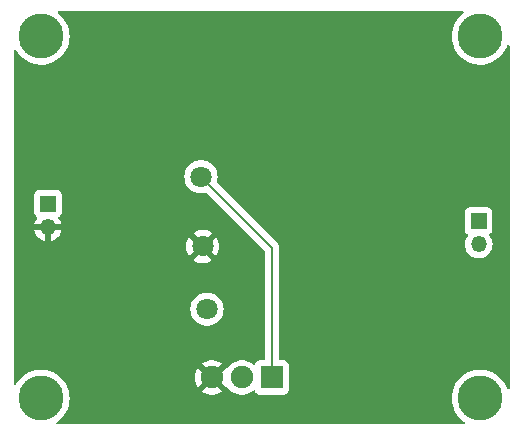
<source format=gbr>
%TF.GenerationSoftware,KiCad,Pcbnew,8.0.1*%
%TF.CreationDate,2024-11-30T19:39:18+00:00*%
%TF.ProjectId,Heating Element,48656174-696e-4672-9045-6c656d656e74,1*%
%TF.SameCoordinates,Original*%
%TF.FileFunction,Copper,L2,Bot*%
%TF.FilePolarity,Positive*%
%FSLAX46Y46*%
G04 Gerber Fmt 4.6, Leading zero omitted, Abs format (unit mm)*
G04 Created by KiCad (PCBNEW 8.0.1) date 2024-11-30 19:39:18*
%MOMM*%
%LPD*%
G01*
G04 APERTURE LIST*
%TA.AperFunction,ComponentPad*%
%ADD10C,3.800000*%
%TD*%
%TA.AperFunction,ComponentPad*%
%ADD11C,1.800000*%
%TD*%
%TA.AperFunction,ComponentPad*%
%ADD12R,1.350000X1.350000*%
%TD*%
%TA.AperFunction,ComponentPad*%
%ADD13O,1.350000X1.350000*%
%TD*%
%TA.AperFunction,ComponentPad*%
%ADD14R,1.910000X1.910000*%
%TD*%
%TA.AperFunction,ComponentPad*%
%ADD15C,1.910000*%
%TD*%
%TA.AperFunction,ViaPad*%
%ADD16C,0.600000*%
%TD*%
%TA.AperFunction,Conductor*%
%ADD17C,0.200000*%
%TD*%
G04 APERTURE END LIST*
D10*
%TO.P,H4,1*%
%TO.N,N/C*%
X136175000Y-111150000D03*
%TD*%
%TO.P,H3,1*%
%TO.N,N/C*%
X99009200Y-111150000D03*
%TD*%
%TO.P,H2,1*%
%TO.N,N/C*%
X136175000Y-80517200D03*
%TD*%
%TO.P,H1,1*%
%TO.N,N/C*%
X99009200Y-80517200D03*
%TD*%
D11*
%TO.P,TP1,1,1*%
%TO.N,/VG*%
X112530000Y-92400000D03*
%TD*%
D12*
%TO.P,J1,1,Pin_1*%
%TO.N,/PWM input*%
X99560000Y-94680000D03*
D13*
%TO.P,J1,2,Pin_2*%
%TO.N,GND*%
X99560000Y-96680000D03*
%TD*%
D11*
%TO.P,TP3,1,1*%
%TO.N,/+15V*%
X113050000Y-103620000D03*
%TD*%
%TO.P,TP2,1,1*%
%TO.N,GND*%
X112680000Y-98310000D03*
%TD*%
D14*
%TO.P,U1,1*%
%TO.N,/VG*%
X118540000Y-109400000D03*
D15*
%TO.P,U1,2*%
%TO.N,/Vdrain*%
X116000000Y-109400000D03*
%TO.P,U1,3*%
%TO.N,GND*%
X113460000Y-109400000D03*
%TD*%
D12*
%TO.P,J2,1,Pin_1*%
%TO.N,+24V*%
X136042400Y-96129600D03*
D13*
%TO.P,J2,2,Pin_2*%
%TO.N,/Vdrain*%
X136042400Y-98129600D03*
%TD*%
D16*
%TO.N,GND*%
X129946000Y-98850700D03*
X120951000Y-85345000D03*
X97300000Y-100525000D03*
X120266000Y-93123700D03*
X124896000Y-107506000D03*
X103042000Y-87849200D03*
X102624000Y-95987200D03*
X126045000Y-87396700D03*
%TD*%
D17*
%TO.N,/VG*%
X118540000Y-98410000D02*
X118540000Y-109400000D01*
X112530000Y-92400000D02*
X118540000Y-98410000D01*
%TD*%
%TA.AperFunction,Conductor*%
%TO.N,GND*%
G36*
X134724228Y-78395185D02*
G01*
X134769983Y-78447989D01*
X134779927Y-78517147D01*
X134750902Y-78580703D01*
X134730074Y-78599818D01*
X134641846Y-78663919D01*
X134641836Y-78663927D01*
X134421652Y-78870694D01*
X134229111Y-79103436D01*
X134067268Y-79358461D01*
X134067265Y-79358467D01*
X133938661Y-79631763D01*
X133938659Y-79631768D01*
X133845320Y-79919035D01*
X133788719Y-80215746D01*
X133788718Y-80215753D01*
X133769754Y-80517194D01*
X133769754Y-80517205D01*
X133788718Y-80818646D01*
X133788719Y-80818653D01*
X133845320Y-81115364D01*
X133938659Y-81402631D01*
X133938661Y-81402636D01*
X134067265Y-81675932D01*
X134067268Y-81675938D01*
X134229111Y-81930963D01*
X134421652Y-82163705D01*
X134641836Y-82370472D01*
X134641846Y-82370480D01*
X134886193Y-82548008D01*
X134886198Y-82548010D01*
X134886205Y-82548016D01*
X135150896Y-82693532D01*
X135150901Y-82693534D01*
X135150903Y-82693535D01*
X135150904Y-82693536D01*
X135431734Y-82804724D01*
X135431737Y-82804725D01*
X135529259Y-82829764D01*
X135724302Y-82879842D01*
X135871039Y-82898379D01*
X136023963Y-82917699D01*
X136023969Y-82917699D01*
X136023973Y-82917700D01*
X136023975Y-82917700D01*
X136326025Y-82917700D01*
X136326027Y-82917700D01*
X136326032Y-82917699D01*
X136326036Y-82917699D01*
X136405591Y-82907648D01*
X136625698Y-82879842D01*
X136918262Y-82804725D01*
X136918265Y-82804724D01*
X137199095Y-82693536D01*
X137199096Y-82693535D01*
X137199094Y-82693535D01*
X137199104Y-82693532D01*
X137463795Y-82548016D01*
X137708162Y-82370474D01*
X137928349Y-82163704D01*
X138120885Y-81930968D01*
X138282733Y-81675936D01*
X138411341Y-81402630D01*
X138432569Y-81337296D01*
X138472006Y-81279622D01*
X138536365Y-81252423D01*
X138605211Y-81264338D01*
X138656687Y-81311582D01*
X138674500Y-81375615D01*
X138674500Y-110291584D01*
X138654815Y-110358623D01*
X138602011Y-110404378D01*
X138532853Y-110414322D01*
X138469297Y-110385297D01*
X138432569Y-110329902D01*
X138411340Y-110264568D01*
X138411338Y-110264563D01*
X138357765Y-110150716D01*
X138282733Y-109991264D01*
X138164393Y-109804789D01*
X138120888Y-109736236D01*
X138120885Y-109736232D01*
X137928349Y-109503496D01*
X137708162Y-109296726D01*
X137708159Y-109296724D01*
X137708153Y-109296719D01*
X137463806Y-109119191D01*
X137463799Y-109119186D01*
X137463795Y-109119184D01*
X137199104Y-108973668D01*
X137199101Y-108973666D01*
X137199096Y-108973664D01*
X137199095Y-108973663D01*
X136918265Y-108862475D01*
X136918262Y-108862474D01*
X136625695Y-108787357D01*
X136326036Y-108749500D01*
X136326027Y-108749500D01*
X136023973Y-108749500D01*
X136023963Y-108749500D01*
X135724304Y-108787357D01*
X135431737Y-108862474D01*
X135431734Y-108862475D01*
X135150904Y-108973663D01*
X135150903Y-108973664D01*
X134886205Y-109119184D01*
X134886193Y-109119191D01*
X134641846Y-109296719D01*
X134641836Y-109296727D01*
X134421652Y-109503494D01*
X134229111Y-109736236D01*
X134067268Y-109991261D01*
X134067265Y-109991267D01*
X133938661Y-110264563D01*
X133938659Y-110264568D01*
X133845320Y-110551835D01*
X133788719Y-110848546D01*
X133788718Y-110848553D01*
X133769754Y-111149994D01*
X133769754Y-111150005D01*
X133788718Y-111451446D01*
X133788719Y-111451453D01*
X133845320Y-111748164D01*
X133938659Y-112035431D01*
X133938661Y-112035436D01*
X134067265Y-112308732D01*
X134067268Y-112308738D01*
X134229111Y-112563763D01*
X134421652Y-112796505D01*
X134641836Y-113003272D01*
X134641846Y-113003280D01*
X134844039Y-113150182D01*
X134886705Y-113205512D01*
X134892684Y-113275125D01*
X134860078Y-113336920D01*
X134799240Y-113371277D01*
X134771154Y-113374500D01*
X100413046Y-113374500D01*
X100346007Y-113354815D01*
X100300252Y-113302011D01*
X100290308Y-113232853D01*
X100319333Y-113169297D01*
X100340161Y-113150182D01*
X100480288Y-113048372D01*
X100542362Y-113003274D01*
X100762549Y-112796504D01*
X100955085Y-112563768D01*
X101116933Y-112308736D01*
X101245541Y-112035430D01*
X101338881Y-111748160D01*
X101395480Y-111451457D01*
X101414446Y-111150000D01*
X101395886Y-110855000D01*
X101395481Y-110848553D01*
X101395480Y-110848546D01*
X101395480Y-110848543D01*
X101338881Y-110551840D01*
X101245541Y-110264570D01*
X101229428Y-110230329D01*
X101191965Y-110150716D01*
X101116933Y-109991264D01*
X100998593Y-109804789D01*
X100955088Y-109736236D01*
X100955085Y-109736232D01*
X100762549Y-109503496D01*
X100542362Y-109296726D01*
X100542359Y-109296724D01*
X100542353Y-109296719D01*
X100298006Y-109119191D01*
X100297999Y-109119186D01*
X100297995Y-109119184D01*
X100033304Y-108973668D01*
X100033301Y-108973666D01*
X100033296Y-108973664D01*
X100033295Y-108973663D01*
X99752465Y-108862475D01*
X99752462Y-108862474D01*
X99459895Y-108787357D01*
X99160236Y-108749500D01*
X99160227Y-108749500D01*
X98858173Y-108749500D01*
X98858163Y-108749500D01*
X98558504Y-108787357D01*
X98265937Y-108862474D01*
X98265934Y-108862475D01*
X97985104Y-108973663D01*
X97985103Y-108973664D01*
X97720405Y-109119184D01*
X97720393Y-109119191D01*
X97476046Y-109296719D01*
X97476036Y-109296727D01*
X97255852Y-109503494D01*
X97063311Y-109736236D01*
X96904197Y-109986962D01*
X96851655Y-110033018D01*
X96782555Y-110043357D01*
X96718834Y-110014695D01*
X96680724Y-109956134D01*
X96675500Y-109920520D01*
X96675500Y-103620006D01*
X111644700Y-103620006D01*
X111663864Y-103851297D01*
X111663866Y-103851308D01*
X111720842Y-104076300D01*
X111814075Y-104288848D01*
X111941016Y-104483147D01*
X111941019Y-104483151D01*
X111941021Y-104483153D01*
X112098216Y-104653913D01*
X112098219Y-104653915D01*
X112098222Y-104653918D01*
X112281365Y-104796464D01*
X112281371Y-104796468D01*
X112281374Y-104796470D01*
X112485497Y-104906936D01*
X112599487Y-104946068D01*
X112705015Y-104982297D01*
X112705017Y-104982297D01*
X112705019Y-104982298D01*
X112933951Y-105020500D01*
X112933952Y-105020500D01*
X113166048Y-105020500D01*
X113166049Y-105020500D01*
X113394981Y-104982298D01*
X113614503Y-104906936D01*
X113818626Y-104796470D01*
X114001784Y-104653913D01*
X114158979Y-104483153D01*
X114285924Y-104288849D01*
X114379157Y-104076300D01*
X114436134Y-103851305D01*
X114455300Y-103620000D01*
X114455300Y-103619993D01*
X114436135Y-103388702D01*
X114436133Y-103388691D01*
X114379157Y-103163699D01*
X114285924Y-102951151D01*
X114158983Y-102756852D01*
X114158980Y-102756849D01*
X114158979Y-102756847D01*
X114001784Y-102586087D01*
X114001779Y-102586083D01*
X114001777Y-102586081D01*
X113818634Y-102443535D01*
X113818628Y-102443531D01*
X113614504Y-102333064D01*
X113614495Y-102333061D01*
X113394984Y-102257702D01*
X113223282Y-102229050D01*
X113166049Y-102219500D01*
X112933951Y-102219500D01*
X112888164Y-102227140D01*
X112705015Y-102257702D01*
X112485504Y-102333061D01*
X112485495Y-102333064D01*
X112281371Y-102443531D01*
X112281365Y-102443535D01*
X112098222Y-102586081D01*
X112098219Y-102586084D01*
X111941016Y-102756852D01*
X111814075Y-102951151D01*
X111720842Y-103163699D01*
X111663866Y-103388691D01*
X111663864Y-103388702D01*
X111644700Y-103619993D01*
X111644700Y-103620006D01*
X96675500Y-103620006D01*
X96675500Y-98310005D01*
X111275202Y-98310005D01*
X111294361Y-98541218D01*
X111351317Y-98766135D01*
X111444515Y-98978606D01*
X111528812Y-99107633D01*
X112237861Y-98398584D01*
X112260667Y-98483694D01*
X112319910Y-98586306D01*
X112403694Y-98670090D01*
X112506306Y-98729333D01*
X112591414Y-98752138D01*
X111881201Y-99462351D01*
X111911649Y-99486050D01*
X112115697Y-99596476D01*
X112115706Y-99596479D01*
X112335139Y-99671811D01*
X112563993Y-99710000D01*
X112796007Y-99710000D01*
X113024860Y-99671811D01*
X113244293Y-99596479D01*
X113244301Y-99596476D01*
X113448355Y-99486047D01*
X113478797Y-99462351D01*
X113478798Y-99462350D01*
X112768585Y-98752137D01*
X112853694Y-98729333D01*
X112956306Y-98670090D01*
X113040090Y-98586306D01*
X113099333Y-98483694D01*
X113122138Y-98398585D01*
X113831186Y-99107633D01*
X113915482Y-98978611D01*
X114008682Y-98766135D01*
X114065638Y-98541218D01*
X114084798Y-98310005D01*
X114084798Y-98309994D01*
X114065638Y-98078781D01*
X114008682Y-97853864D01*
X113915484Y-97641393D01*
X113831186Y-97512365D01*
X113122137Y-98221414D01*
X113099333Y-98136306D01*
X113040090Y-98033694D01*
X112956306Y-97949910D01*
X112853694Y-97890667D01*
X112768584Y-97867861D01*
X113478797Y-97157647D01*
X113478797Y-97157645D01*
X113448360Y-97133955D01*
X113448354Y-97133951D01*
X113244302Y-97023523D01*
X113244293Y-97023520D01*
X113024860Y-96948188D01*
X112796007Y-96910000D01*
X112563993Y-96910000D01*
X112335139Y-96948188D01*
X112115706Y-97023520D01*
X112115697Y-97023523D01*
X111911650Y-97133949D01*
X111881200Y-97157647D01*
X112591415Y-97867861D01*
X112506306Y-97890667D01*
X112403694Y-97949910D01*
X112319910Y-98033694D01*
X112260667Y-98136306D01*
X112237861Y-98221415D01*
X111528811Y-97512365D01*
X111444516Y-97641390D01*
X111351317Y-97853864D01*
X111294361Y-98078781D01*
X111275202Y-98309994D01*
X111275202Y-98310005D01*
X96675500Y-98310005D01*
X96675500Y-95402870D01*
X98384500Y-95402870D01*
X98384501Y-95402876D01*
X98390908Y-95462483D01*
X98441202Y-95597328D01*
X98441206Y-95597335D01*
X98527452Y-95712544D01*
X98527455Y-95712547D01*
X98613504Y-95776964D01*
X98655375Y-95832898D01*
X98660359Y-95902589D01*
X98638148Y-95950956D01*
X98556714Y-96058792D01*
X98459651Y-96253719D01*
X98409494Y-96429999D01*
X98409495Y-96430000D01*
X99244314Y-96430000D01*
X99239920Y-96434394D01*
X99187259Y-96525606D01*
X99160000Y-96627339D01*
X99160000Y-96732661D01*
X99187259Y-96834394D01*
X99239920Y-96925606D01*
X99244314Y-96930000D01*
X98409495Y-96930000D01*
X98459651Y-97106280D01*
X98556715Y-97301208D01*
X98687945Y-97474985D01*
X98848868Y-97621685D01*
X99034012Y-97736322D01*
X99034023Y-97736327D01*
X99237060Y-97814984D01*
X99310000Y-97828619D01*
X99310000Y-96995686D01*
X99314394Y-97000080D01*
X99405606Y-97052741D01*
X99507339Y-97080000D01*
X99612661Y-97080000D01*
X99714394Y-97052741D01*
X99805606Y-97000080D01*
X99810000Y-96995686D01*
X99810000Y-97828619D01*
X99882939Y-97814984D01*
X100085976Y-97736327D01*
X100085987Y-97736322D01*
X100271130Y-97621685D01*
X100271131Y-97621685D01*
X100432054Y-97474985D01*
X100563284Y-97301208D01*
X100660348Y-97106280D01*
X100710505Y-96930000D01*
X99875686Y-96930000D01*
X99880080Y-96925606D01*
X99932741Y-96834394D01*
X99960000Y-96732661D01*
X99960000Y-96627339D01*
X99932741Y-96525606D01*
X99880080Y-96434394D01*
X99875686Y-96430000D01*
X100710505Y-96430000D01*
X100710505Y-96429999D01*
X100660348Y-96253719D01*
X100563284Y-96058791D01*
X100481852Y-95950957D01*
X100457160Y-95885595D01*
X100471725Y-95817261D01*
X100506493Y-95776965D01*
X100592546Y-95712546D01*
X100678796Y-95597331D01*
X100729091Y-95462483D01*
X100735500Y-95402873D01*
X100735499Y-93957128D01*
X100729091Y-93897517D01*
X100678796Y-93762669D01*
X100678795Y-93762668D01*
X100678793Y-93762664D01*
X100592547Y-93647455D01*
X100592544Y-93647452D01*
X100477335Y-93561206D01*
X100477328Y-93561202D01*
X100342482Y-93510908D01*
X100342483Y-93510908D01*
X100282883Y-93504501D01*
X100282881Y-93504500D01*
X100282873Y-93504500D01*
X100282864Y-93504500D01*
X98837129Y-93504500D01*
X98837123Y-93504501D01*
X98777516Y-93510908D01*
X98642671Y-93561202D01*
X98642664Y-93561206D01*
X98527455Y-93647452D01*
X98527452Y-93647455D01*
X98441206Y-93762664D01*
X98441202Y-93762671D01*
X98390908Y-93897517D01*
X98384501Y-93957116D01*
X98384501Y-93957123D01*
X98384500Y-93957135D01*
X98384500Y-95402870D01*
X96675500Y-95402870D01*
X96675500Y-92400006D01*
X111124700Y-92400006D01*
X111143864Y-92631297D01*
X111143866Y-92631308D01*
X111200842Y-92856300D01*
X111294075Y-93068848D01*
X111421016Y-93263147D01*
X111421019Y-93263151D01*
X111421021Y-93263153D01*
X111578216Y-93433913D01*
X111578219Y-93433915D01*
X111578222Y-93433918D01*
X111761365Y-93576464D01*
X111761371Y-93576468D01*
X111761374Y-93576470D01*
X111965497Y-93686936D01*
X112079487Y-93726068D01*
X112185015Y-93762297D01*
X112185017Y-93762297D01*
X112185019Y-93762298D01*
X112413951Y-93800500D01*
X112413952Y-93800500D01*
X112646048Y-93800500D01*
X112646049Y-93800500D01*
X112874981Y-93762298D01*
X112926897Y-93744474D01*
X112996693Y-93741324D01*
X113054840Y-93774075D01*
X117903181Y-98622416D01*
X117936666Y-98683739D01*
X117939500Y-98710097D01*
X117939500Y-107820500D01*
X117919815Y-107887539D01*
X117867011Y-107933294D01*
X117815500Y-107944500D01*
X117537130Y-107944500D01*
X117537123Y-107944501D01*
X117477516Y-107950908D01*
X117342671Y-108001202D01*
X117342664Y-108001206D01*
X117227455Y-108087452D01*
X117227452Y-108087455D01*
X117141206Y-108202664D01*
X117141202Y-108202672D01*
X117130528Y-108231289D01*
X117088655Y-108287222D01*
X117023190Y-108311637D01*
X116954918Y-108296784D01*
X116938185Y-108285806D01*
X116798819Y-108177333D01*
X116798808Y-108177326D01*
X116586677Y-108062527D01*
X116586674Y-108062525D01*
X116586671Y-108062524D01*
X116586668Y-108062523D01*
X116586666Y-108062522D01*
X116358531Y-107984203D01*
X116159006Y-107950908D01*
X116120606Y-107944500D01*
X115879394Y-107944500D01*
X115840994Y-107950908D01*
X115641468Y-107984203D01*
X115413333Y-108062522D01*
X115413322Y-108062527D01*
X115201191Y-108177326D01*
X115201180Y-108177333D01*
X115010844Y-108325478D01*
X115010841Y-108325481D01*
X114847472Y-108502947D01*
X114833510Y-108524318D01*
X114780363Y-108569674D01*
X114711131Y-108579097D01*
X114682895Y-108565944D01*
X114650924Y-108562628D01*
X114049560Y-109163991D01*
X114022729Y-109099215D01*
X113953236Y-108995211D01*
X113864789Y-108906764D01*
X113760785Y-108837271D01*
X113696007Y-108810438D01*
X114297989Y-108208455D01*
X114297989Y-108208454D01*
X114258538Y-108177749D01*
X114046471Y-108062983D01*
X114046462Y-108062980D01*
X113818408Y-107984688D01*
X113580565Y-107945000D01*
X113339435Y-107945000D01*
X113101591Y-107984688D01*
X112873537Y-108062980D01*
X112873529Y-108062983D01*
X112661455Y-108177753D01*
X112622009Y-108208453D01*
X112622008Y-108208455D01*
X113223992Y-108810438D01*
X113159215Y-108837271D01*
X113055211Y-108906764D01*
X112966764Y-108995211D01*
X112897271Y-109099215D01*
X112870438Y-109163992D01*
X112269074Y-108562628D01*
X112175979Y-108705123D01*
X112079118Y-108925942D01*
X112019924Y-109159697D01*
X112000013Y-109399993D01*
X112000013Y-109400006D01*
X112019924Y-109640302D01*
X112079118Y-109874057D01*
X112175979Y-110094876D01*
X112269074Y-110237369D01*
X112870438Y-109636006D01*
X112897271Y-109700785D01*
X112966764Y-109804789D01*
X113055211Y-109893236D01*
X113159215Y-109962729D01*
X113223991Y-109989560D01*
X112622009Y-110591543D01*
X112622009Y-110591545D01*
X112661454Y-110622246D01*
X112661460Y-110622250D01*
X112873528Y-110737016D01*
X112873537Y-110737019D01*
X113101591Y-110815311D01*
X113339435Y-110855000D01*
X113580565Y-110855000D01*
X113818408Y-110815311D01*
X114046462Y-110737019D01*
X114046471Y-110737016D01*
X114258538Y-110622250D01*
X114297989Y-110591544D01*
X114297989Y-110591543D01*
X113696008Y-109989560D01*
X113760785Y-109962729D01*
X113864789Y-109893236D01*
X113953236Y-109804789D01*
X114022729Y-109700785D01*
X114049560Y-109636007D01*
X114650924Y-110237370D01*
X114673527Y-110235026D01*
X114679031Y-110230329D01*
X114748261Y-110220901D01*
X114811599Y-110250398D01*
X114833508Y-110275680D01*
X114847470Y-110297050D01*
X115010838Y-110474516D01*
X115010841Y-110474518D01*
X115010844Y-110474521D01*
X115201180Y-110622666D01*
X115201187Y-110622670D01*
X115201189Y-110622672D01*
X115413329Y-110737476D01*
X115641471Y-110815797D01*
X115879394Y-110855500D01*
X115879395Y-110855500D01*
X116120605Y-110855500D01*
X116120606Y-110855500D01*
X116358529Y-110815797D01*
X116586671Y-110737476D01*
X116798811Y-110622672D01*
X116938185Y-110514192D01*
X117003178Y-110488550D01*
X117071718Y-110502116D01*
X117122043Y-110550584D01*
X117130528Y-110568711D01*
X117141201Y-110597325D01*
X117141206Y-110597335D01*
X117227452Y-110712544D01*
X117227455Y-110712547D01*
X117342664Y-110798793D01*
X117342671Y-110798797D01*
X117477517Y-110849091D01*
X117477516Y-110849091D01*
X117484444Y-110849835D01*
X117537127Y-110855500D01*
X119542872Y-110855499D01*
X119602483Y-110849091D01*
X119737331Y-110798796D01*
X119852546Y-110712546D01*
X119938796Y-110597331D01*
X119989091Y-110462483D01*
X119995500Y-110402873D01*
X119995499Y-108397128D01*
X119989091Y-108337517D01*
X119979438Y-108311637D01*
X119938797Y-108202671D01*
X119938793Y-108202664D01*
X119852547Y-108087455D01*
X119852544Y-108087452D01*
X119737335Y-108001206D01*
X119737328Y-108001202D01*
X119602482Y-107950908D01*
X119602483Y-107950908D01*
X119542883Y-107944501D01*
X119542881Y-107944500D01*
X119542873Y-107944500D01*
X119542865Y-107944500D01*
X119264500Y-107944500D01*
X119197461Y-107924815D01*
X119151706Y-107872011D01*
X119140500Y-107820500D01*
X119140500Y-98499060D01*
X119140501Y-98499047D01*
X119140501Y-98330944D01*
X119140501Y-98330943D01*
X119099577Y-98178216D01*
X119099573Y-98178209D01*
X119071509Y-98129600D01*
X134861864Y-98129600D01*
X134881964Y-98346518D01*
X134881964Y-98346520D01*
X134881965Y-98346523D01*
X134941583Y-98556059D01*
X134941584Y-98556062D01*
X134998364Y-98670090D01*
X135038688Y-98751072D01*
X135169973Y-98924922D01*
X135330968Y-99071688D01*
X135330975Y-99071692D01*
X135330976Y-99071693D01*
X135516186Y-99186370D01*
X135516192Y-99186373D01*
X135539064Y-99195233D01*
X135719331Y-99265070D01*
X135933474Y-99305100D01*
X135933476Y-99305100D01*
X136151324Y-99305100D01*
X136151326Y-99305100D01*
X136365469Y-99265070D01*
X136568610Y-99186372D01*
X136753832Y-99071688D01*
X136914827Y-98924922D01*
X137046112Y-98751072D01*
X137143217Y-98556059D01*
X137202835Y-98346523D01*
X137222936Y-98129600D01*
X137202835Y-97912677D01*
X137143217Y-97703141D01*
X137046112Y-97508128D01*
X136964651Y-97400256D01*
X136939960Y-97334897D01*
X136954525Y-97266562D01*
X136989295Y-97226265D01*
X137036945Y-97190593D01*
X137074946Y-97162146D01*
X137161196Y-97046931D01*
X137211491Y-96912083D01*
X137217900Y-96852473D01*
X137217899Y-95406728D01*
X137211491Y-95347117D01*
X137161196Y-95212269D01*
X137161195Y-95212268D01*
X137161193Y-95212264D01*
X137074947Y-95097055D01*
X137074944Y-95097052D01*
X136959735Y-95010806D01*
X136959728Y-95010802D01*
X136824882Y-94960508D01*
X136824883Y-94960508D01*
X136765283Y-94954101D01*
X136765281Y-94954100D01*
X136765273Y-94954100D01*
X136765264Y-94954100D01*
X135319529Y-94954100D01*
X135319523Y-94954101D01*
X135259916Y-94960508D01*
X135125071Y-95010802D01*
X135125064Y-95010806D01*
X135009855Y-95097052D01*
X135009852Y-95097055D01*
X134923606Y-95212264D01*
X134923602Y-95212271D01*
X134873308Y-95347117D01*
X134867314Y-95402872D01*
X134866901Y-95406723D01*
X134866900Y-95406735D01*
X134866900Y-96852470D01*
X134866901Y-96852476D01*
X134873308Y-96912083D01*
X134923602Y-97046928D01*
X134923606Y-97046935D01*
X134988746Y-97133949D01*
X135009854Y-97162146D01*
X135095505Y-97226264D01*
X135137375Y-97282197D01*
X135142359Y-97351889D01*
X135120148Y-97400256D01*
X135038688Y-97508128D01*
X134941584Y-97703137D01*
X134881964Y-97912681D01*
X134861864Y-98129599D01*
X134861864Y-98129600D01*
X119071509Y-98129600D01*
X119020524Y-98041290D01*
X119020518Y-98041282D01*
X116576564Y-95597328D01*
X113904203Y-92924968D01*
X113870719Y-92863646D01*
X113871680Y-92806847D01*
X113916131Y-92631317D01*
X113916133Y-92631308D01*
X113916134Y-92631305D01*
X113935300Y-92400000D01*
X113935300Y-92399993D01*
X113916135Y-92168702D01*
X113916133Y-92168691D01*
X113859157Y-91943699D01*
X113765924Y-91731151D01*
X113638983Y-91536852D01*
X113638980Y-91536849D01*
X113638979Y-91536847D01*
X113481784Y-91366087D01*
X113481779Y-91366083D01*
X113481777Y-91366081D01*
X113298634Y-91223535D01*
X113298628Y-91223531D01*
X113094504Y-91113064D01*
X113094495Y-91113061D01*
X112874984Y-91037702D01*
X112703282Y-91009050D01*
X112646049Y-90999500D01*
X112413951Y-90999500D01*
X112368164Y-91007140D01*
X112185015Y-91037702D01*
X111965504Y-91113061D01*
X111965495Y-91113064D01*
X111761371Y-91223531D01*
X111761365Y-91223535D01*
X111578222Y-91366081D01*
X111578219Y-91366084D01*
X111421016Y-91536852D01*
X111294075Y-91731151D01*
X111200842Y-91943699D01*
X111143866Y-92168691D01*
X111143864Y-92168702D01*
X111124700Y-92399993D01*
X111124700Y-92400006D01*
X96675500Y-92400006D01*
X96675500Y-81746679D01*
X96695185Y-81679640D01*
X96747989Y-81633885D01*
X96817147Y-81623941D01*
X96880703Y-81652966D01*
X96904195Y-81680234D01*
X96946362Y-81746679D01*
X97063311Y-81930963D01*
X97255852Y-82163705D01*
X97476036Y-82370472D01*
X97476046Y-82370480D01*
X97720393Y-82548008D01*
X97720398Y-82548010D01*
X97720405Y-82548016D01*
X97985096Y-82693532D01*
X97985101Y-82693534D01*
X97985103Y-82693535D01*
X97985104Y-82693536D01*
X98265934Y-82804724D01*
X98265937Y-82804725D01*
X98363459Y-82829764D01*
X98558502Y-82879842D01*
X98705239Y-82898379D01*
X98858163Y-82917699D01*
X98858169Y-82917699D01*
X98858173Y-82917700D01*
X98858175Y-82917700D01*
X99160225Y-82917700D01*
X99160227Y-82917700D01*
X99160232Y-82917699D01*
X99160236Y-82917699D01*
X99239791Y-82907648D01*
X99459898Y-82879842D01*
X99752462Y-82804725D01*
X99752465Y-82804724D01*
X100033295Y-82693536D01*
X100033296Y-82693535D01*
X100033294Y-82693535D01*
X100033304Y-82693532D01*
X100297995Y-82548016D01*
X100542362Y-82370474D01*
X100762549Y-82163704D01*
X100955085Y-81930968D01*
X101116933Y-81675936D01*
X101245541Y-81402630D01*
X101338881Y-81115360D01*
X101395480Y-80818657D01*
X101414446Y-80517200D01*
X101395480Y-80215743D01*
X101338881Y-79919040D01*
X101245541Y-79631770D01*
X101116933Y-79358464D01*
X100955085Y-79103432D01*
X100762549Y-78870696D01*
X100542362Y-78663926D01*
X100542359Y-78663924D01*
X100542353Y-78663919D01*
X100454126Y-78599818D01*
X100411460Y-78544488D01*
X100405481Y-78474875D01*
X100438087Y-78413080D01*
X100498925Y-78378723D01*
X100527011Y-78375500D01*
X134657189Y-78375500D01*
X134724228Y-78395185D01*
G37*
%TD.AperFunction*%
%TD*%
M02*

</source>
